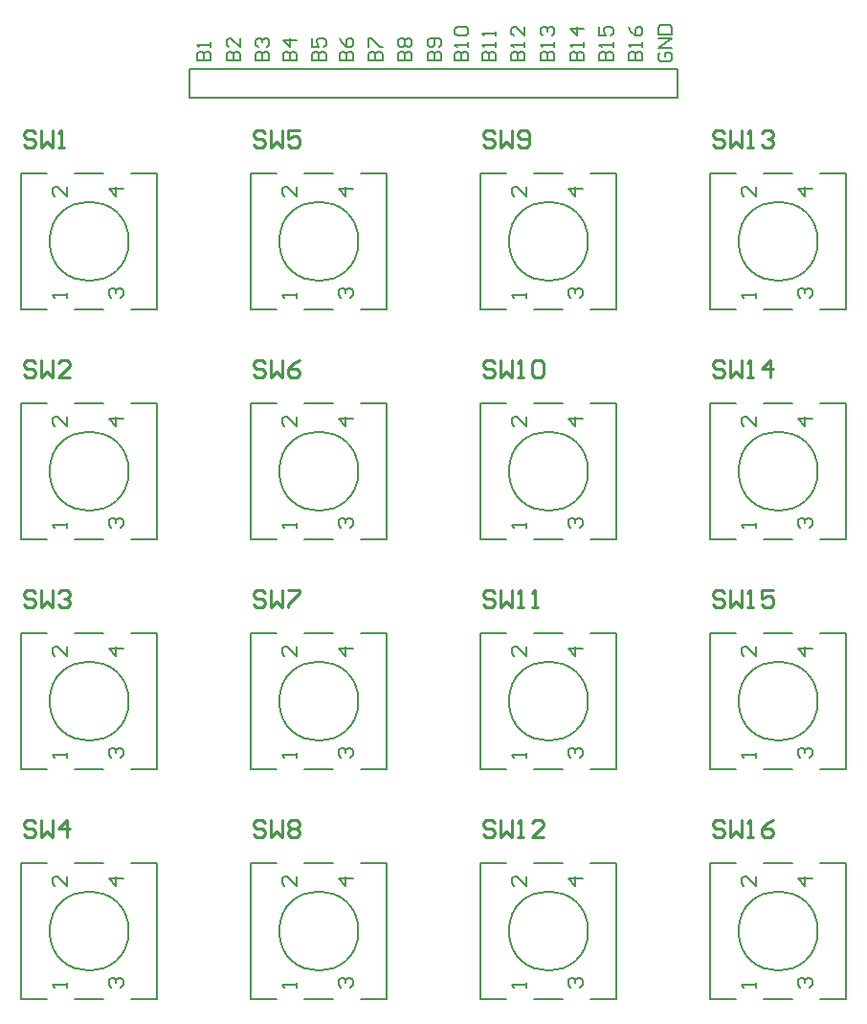
<source format=gbr>
%TF.GenerationSoftware,Altium Limited,Altium Designer,20.1.8 (145)*%
G04 Layer_Color=65535*
%FSLAX43Y43*%
%MOMM*%
%TF.SameCoordinates,AF84363C-28A1-45D9-8252-6D2C0F04BFE8*%
%TF.FilePolarity,Positive*%
%TF.FileFunction,Legend,Top*%
%TF.Part,Single*%
G01*
G75*
%TA.AperFunction,NonConductor*%
%ADD20C,0.127*%
%ADD21C,0.200*%
%ADD22C,0.254*%
D20*
X32710Y76200D02*
G03*
X32710Y76200I-3500J0D01*
G01*
X73350Y15240D02*
G03*
X73350Y15240I-3500J0D01*
G01*
Y35560D02*
G03*
X73350Y35560I-3500J0D01*
G01*
Y55880D02*
G03*
X73350Y55880I-3500J0D01*
G01*
Y76200D02*
G03*
X73350Y76200I-3500J0D01*
G01*
X53030Y15240D02*
G03*
X53030Y15240I-3500J0D01*
G01*
Y35560D02*
G03*
X53030Y35560I-3500J0D01*
G01*
Y55880D02*
G03*
X53030Y55880I-3500J0D01*
G01*
Y76200D02*
G03*
X53030Y76200I-3500J0D01*
G01*
X32710Y15240D02*
G03*
X32710Y15240I-3500J0D01*
G01*
Y35560D02*
G03*
X32710Y35560I-3500J0D01*
G01*
Y55880D02*
G03*
X32710Y55880I-3500J0D01*
G01*
X12390Y15240D02*
G03*
X12390Y15240I-3500J0D01*
G01*
Y35560D02*
G03*
X12390Y35560I-3500J0D01*
G01*
Y55880D02*
G03*
X12390Y55880I-3500J0D01*
G01*
Y76200D02*
G03*
X12390Y76200I-3500J0D01*
G01*
X23210Y70200D02*
Y82200D01*
X35210Y70200D02*
Y82200D01*
X23210Y70200D02*
Y82200D01*
X35210Y70200D02*
Y82200D01*
X32960Y82200D02*
X35210D01*
X23210D02*
X25460D01*
X32960Y70200D02*
X35210D01*
X23210D02*
X25460D01*
X27960D02*
X30460D01*
X27960Y82200D02*
X30460D01*
X68600Y21240D02*
X71100D01*
X68600Y9240D02*
X71100D01*
X63850D02*
X66100D01*
X73600D02*
X75850D01*
X63850Y21240D02*
X66100D01*
X73600D02*
X75850D01*
Y9240D02*
Y21240D01*
X63850Y9240D02*
Y21240D01*
X75850Y9240D02*
Y21240D01*
X63850Y9240D02*
Y21240D01*
X68600Y41560D02*
X71100D01*
X68600Y29560D02*
X71100D01*
X63850D02*
X66100D01*
X73600D02*
X75850D01*
X63850Y41560D02*
X66100D01*
X73600D02*
X75850D01*
Y29560D02*
Y41560D01*
X63850Y29560D02*
Y41560D01*
X75850Y29560D02*
Y41560D01*
X63850Y29560D02*
Y41560D01*
X68600Y61880D02*
X71100D01*
X68600Y49880D02*
X71100D01*
X63850D02*
X66100D01*
X73600D02*
X75850D01*
X63850Y61880D02*
X66100D01*
X73600D02*
X75850D01*
Y49880D02*
Y61880D01*
X63850Y49880D02*
Y61880D01*
X75850Y49880D02*
Y61880D01*
X63850Y49880D02*
Y61880D01*
X68600Y82200D02*
X71100D01*
X68600Y70200D02*
X71100D01*
X63850D02*
X66100D01*
X73600D02*
X75850D01*
X63850Y82200D02*
X66100D01*
X73600D02*
X75850D01*
Y70200D02*
Y82200D01*
X63850Y70200D02*
Y82200D01*
X75850Y70200D02*
Y82200D01*
X63850Y70200D02*
Y82200D01*
X48280Y21240D02*
X50780D01*
X48280Y9240D02*
X50780D01*
X43530D02*
X45780D01*
X53280D02*
X55530D01*
X43530Y21240D02*
X45780D01*
X53280D02*
X55530D01*
Y9240D02*
Y21240D01*
X43530Y9240D02*
Y21240D01*
X55530Y9240D02*
Y21240D01*
X43530Y9240D02*
Y21240D01*
X48280Y41560D02*
X50780D01*
X48280Y29560D02*
X50780D01*
X43530D02*
X45780D01*
X53280D02*
X55530D01*
X43530Y41560D02*
X45780D01*
X53280D02*
X55530D01*
Y29560D02*
Y41560D01*
X43530Y29560D02*
Y41560D01*
X55530Y29560D02*
Y41560D01*
X43530Y29560D02*
Y41560D01*
X48280Y61880D02*
X50780D01*
X48280Y49880D02*
X50780D01*
X43530D02*
X45780D01*
X53280D02*
X55530D01*
X43530Y61880D02*
X45780D01*
X53280D02*
X55530D01*
Y49880D02*
Y61880D01*
X43530Y49880D02*
Y61880D01*
X55530Y49880D02*
Y61880D01*
X43530Y49880D02*
Y61880D01*
X48280Y82200D02*
X50780D01*
X48280Y70200D02*
X50780D01*
X43530D02*
X45780D01*
X53280D02*
X55530D01*
X43530Y82200D02*
X45780D01*
X53280D02*
X55530D01*
Y70200D02*
Y82200D01*
X43530Y70200D02*
Y82200D01*
X55530Y70200D02*
Y82200D01*
X43530Y70200D02*
Y82200D01*
X27960Y21240D02*
X30460D01*
X27960Y9240D02*
X30460D01*
X23210D02*
X25460D01*
X32960D02*
X35210D01*
X23210Y21240D02*
X25460D01*
X32960D02*
X35210D01*
Y9240D02*
Y21240D01*
X23210Y9240D02*
Y21240D01*
X35210Y9240D02*
Y21240D01*
X23210Y9240D02*
Y21240D01*
X27960Y41560D02*
X30460D01*
X27960Y29560D02*
X30460D01*
X23210D02*
X25460D01*
X32960D02*
X35210D01*
X23210Y41560D02*
X25460D01*
X32960D02*
X35210D01*
Y29560D02*
Y41560D01*
X23210Y29560D02*
Y41560D01*
X35210Y29560D02*
Y41560D01*
X23210Y29560D02*
Y41560D01*
X27960Y61880D02*
X30460D01*
X27960Y49880D02*
X30460D01*
X23210D02*
X25460D01*
X32960D02*
X35210D01*
X23210Y61880D02*
X25460D01*
X32960D02*
X35210D01*
Y49880D02*
Y61880D01*
X23210Y49880D02*
Y61880D01*
X35210Y49880D02*
Y61880D01*
X23210Y49880D02*
Y61880D01*
X7640Y21240D02*
X10140D01*
X7640Y9240D02*
X10140D01*
X2890D02*
X5140D01*
X12640D02*
X14890D01*
X2890Y21240D02*
X5140D01*
X12640D02*
X14890D01*
Y9240D02*
Y21240D01*
X2890Y9240D02*
Y21240D01*
X14890Y9240D02*
Y21240D01*
X2890Y9240D02*
Y21240D01*
X7640Y41560D02*
X10140D01*
X7640Y29560D02*
X10140D01*
X2890D02*
X5140D01*
X12640D02*
X14890D01*
X2890Y41560D02*
X5140D01*
X12640D02*
X14890D01*
Y29560D02*
Y41560D01*
X2890Y29560D02*
Y41560D01*
X14890Y29560D02*
Y41560D01*
X2890Y29560D02*
Y41560D01*
X7640Y61880D02*
X10140D01*
X7640Y49880D02*
X10140D01*
X2890D02*
X5140D01*
X12640D02*
X14890D01*
X2890Y61880D02*
X5140D01*
X12640D02*
X14890D01*
Y49880D02*
Y61880D01*
X2890Y49880D02*
Y61880D01*
X14890Y49880D02*
Y61880D01*
X2890Y49880D02*
Y61880D01*
X7640Y82200D02*
X10140D01*
X7640Y70200D02*
X10140D01*
X2890D02*
X5140D01*
X12640D02*
X14890D01*
X2890Y82200D02*
X5140D01*
X12640D02*
X14890D01*
Y70200D02*
Y82200D01*
X2890Y70200D02*
Y82200D01*
X14890Y70200D02*
Y82200D01*
X2890Y70200D02*
Y82200D01*
D21*
X60960Y88900D02*
Y91440D01*
X17760Y88900D02*
X60960D01*
X17760D02*
Y91440D01*
X60960D01*
X59429Y92904D02*
X59229Y92704D01*
Y92304D01*
X59429Y92104D01*
X60229D01*
X60429Y92304D01*
Y92704D01*
X60229Y92904D01*
X59829D01*
Y92504D01*
X60429Y93304D02*
X59229D01*
X60429Y94104D01*
X59229D01*
Y94503D02*
X60429D01*
Y95103D01*
X60229Y95303D01*
X59429D01*
X59229Y95103D01*
Y94503D01*
X56630Y92170D02*
X57830D01*
Y92770D01*
X57630Y92970D01*
X57430D01*
X57230Y92770D01*
Y92170D01*
Y92770D01*
X57030Y92970D01*
X56830D01*
X56630Y92770D01*
Y92170D01*
X57830Y93370D02*
Y93769D01*
Y93570D01*
X56630D01*
X56830Y93370D01*
X56630Y95169D02*
X56830Y94769D01*
X57230Y94369D01*
X57630D01*
X57830Y94569D01*
Y94969D01*
X57630Y95169D01*
X57430D01*
X57230Y94969D01*
Y94369D01*
X54030Y92170D02*
X55230D01*
Y92770D01*
X55030Y92970D01*
X54830D01*
X54630Y92770D01*
Y92170D01*
Y92770D01*
X54430Y92970D01*
X54230D01*
X54030Y92770D01*
Y92170D01*
X55230Y93370D02*
Y93769D01*
Y93570D01*
X54030D01*
X54230Y93370D01*
X54030Y95169D02*
Y94369D01*
X54630D01*
X54430Y94769D01*
Y94969D01*
X54630Y95169D01*
X55030D01*
X55230Y94969D01*
Y94569D01*
X55030Y94369D01*
X51430Y92170D02*
X52630D01*
Y92770D01*
X52430Y92970D01*
X52230D01*
X52030Y92770D01*
Y92170D01*
Y92770D01*
X51830Y92970D01*
X51630D01*
X51430Y92770D01*
Y92170D01*
X52630Y93370D02*
Y93769D01*
Y93570D01*
X51430D01*
X51630Y93370D01*
X52630Y94969D02*
X51430D01*
X52030Y94369D01*
Y95169D01*
X48830Y92170D02*
X50030D01*
Y92770D01*
X49830Y92970D01*
X49630D01*
X49430Y92770D01*
Y92170D01*
Y92770D01*
X49230Y92970D01*
X49030D01*
X48830Y92770D01*
Y92170D01*
X50030Y93370D02*
Y93769D01*
Y93570D01*
X48830D01*
X49030Y93370D01*
Y94369D02*
X48830Y94569D01*
Y94969D01*
X49030Y95169D01*
X49230D01*
X49430Y94969D01*
Y94769D01*
Y94969D01*
X49630Y95169D01*
X49830D01*
X50030Y94969D01*
Y94569D01*
X49830Y94369D01*
X43630Y92170D02*
X44830D01*
Y92770D01*
X44630Y92970D01*
X44430D01*
X44230Y92770D01*
Y92170D01*
Y92770D01*
X44030Y92970D01*
X43830D01*
X43630Y92770D01*
Y92170D01*
X44830Y93370D02*
Y93769D01*
Y93570D01*
X43630D01*
X43830Y93370D01*
X44830Y94369D02*
Y94769D01*
Y94569D01*
X43630D01*
X43830Y94369D01*
X46230Y92170D02*
X47430D01*
Y92770D01*
X47230Y92970D01*
X47030D01*
X46830Y92770D01*
Y92170D01*
Y92770D01*
X46630Y92970D01*
X46430D01*
X46230Y92770D01*
Y92170D01*
X47430Y93370D02*
Y93769D01*
Y93570D01*
X46230D01*
X46430Y93370D01*
X47430Y95169D02*
Y94369D01*
X46630Y95169D01*
X46430D01*
X46230Y94969D01*
Y94569D01*
X46430Y94369D01*
X38830Y92170D02*
X40030D01*
Y92770D01*
X39830Y92970D01*
X39630D01*
X39430Y92770D01*
Y92170D01*
Y92770D01*
X39230Y92970D01*
X39030D01*
X38830Y92770D01*
Y92170D01*
X39830Y93370D02*
X40030Y93570D01*
Y93969D01*
X39830Y94169D01*
X39030D01*
X38830Y93969D01*
Y93570D01*
X39030Y93370D01*
X39230D01*
X39430Y93570D01*
Y94169D01*
X41230Y92170D02*
X42430D01*
Y92770D01*
X42230Y92970D01*
X42030D01*
X41830Y92770D01*
Y92170D01*
Y92770D01*
X41630Y92970D01*
X41430D01*
X41230Y92770D01*
Y92170D01*
X42430Y93370D02*
Y93769D01*
Y93570D01*
X41230D01*
X41430Y93370D01*
Y94369D02*
X41230Y94569D01*
Y94969D01*
X41430Y95169D01*
X42230D01*
X42430Y94969D01*
Y94569D01*
X42230Y94369D01*
X41430D01*
X36230Y92170D02*
X37430D01*
Y92770D01*
X37230Y92970D01*
X37030D01*
X36830Y92770D01*
Y92170D01*
Y92770D01*
X36630Y92970D01*
X36430D01*
X36230Y92770D01*
Y92170D01*
X36430Y93370D02*
X36230Y93570D01*
Y93969D01*
X36430Y94169D01*
X36630D01*
X36830Y93969D01*
X37030Y94169D01*
X37230D01*
X37430Y93969D01*
Y93570D01*
X37230Y93370D01*
X37030D01*
X36830Y93570D01*
X36630Y93370D01*
X36430D01*
X36830Y93570D02*
Y93969D01*
X31030Y92170D02*
X32230D01*
Y92770D01*
X32030Y92970D01*
X31830D01*
X31630Y92770D01*
Y92170D01*
Y92770D01*
X31430Y92970D01*
X31230D01*
X31030Y92770D01*
Y92170D01*
Y94169D02*
X31230Y93769D01*
X31630Y93370D01*
X32030D01*
X32230Y93570D01*
Y93969D01*
X32030Y94169D01*
X31830D01*
X31630Y93969D01*
Y93370D01*
X33630Y92170D02*
X34830D01*
Y92770D01*
X34630Y92970D01*
X34430D01*
X34230Y92770D01*
Y92170D01*
Y92770D01*
X34030Y92970D01*
X33830D01*
X33630Y92770D01*
Y92170D01*
Y93370D02*
Y94169D01*
X33830D01*
X34630Y93370D01*
X34830D01*
X26030Y92170D02*
X27230D01*
Y92770D01*
X27030Y92970D01*
X26830D01*
X26630Y92770D01*
Y92170D01*
Y92770D01*
X26430Y92970D01*
X26230D01*
X26030Y92770D01*
Y92170D01*
X27230Y93969D02*
X26030D01*
X26630Y93370D01*
Y94169D01*
X28630Y92170D02*
X29830D01*
Y92770D01*
X29630Y92970D01*
X29430D01*
X29230Y92770D01*
Y92170D01*
Y92770D01*
X29030Y92970D01*
X28830D01*
X28630Y92770D01*
Y92170D01*
Y94169D02*
Y93370D01*
X29230D01*
X29030Y93769D01*
Y93969D01*
X29230Y94169D01*
X29630D01*
X29830Y93969D01*
Y93570D01*
X29630Y93370D01*
X23630Y92170D02*
X24830D01*
Y92770D01*
X24630Y92970D01*
X24430D01*
X24230Y92770D01*
Y92170D01*
Y92770D01*
X24030Y92970D01*
X23830D01*
X23630Y92770D01*
Y92170D01*
X23830Y93370D02*
X23630Y93570D01*
Y93969D01*
X23830Y94169D01*
X24030D01*
X24230Y93969D01*
Y93769D01*
Y93969D01*
X24430Y94169D01*
X24630D01*
X24830Y93969D01*
Y93570D01*
X24630Y93370D01*
X18430Y92170D02*
X19630D01*
Y92770D01*
X19430Y92970D01*
X19230D01*
X19030Y92770D01*
Y92170D01*
Y92770D01*
X18830Y92970D01*
X18630D01*
X18430Y92770D01*
Y92170D01*
X19630Y93370D02*
Y93769D01*
Y93570D01*
X18430D01*
X18630Y93370D01*
X21030Y92170D02*
X22230D01*
Y92770D01*
X22030Y92970D01*
X21830D01*
X21630Y92770D01*
Y92170D01*
Y92770D01*
X21430Y92970D01*
X21230D01*
X21030Y92770D01*
Y92170D01*
X22230Y94169D02*
Y93370D01*
X21430Y94169D01*
X21230D01*
X21030Y93969D01*
Y93570D01*
X21230Y93370D01*
X32210Y80835D02*
X30940D01*
X31575Y80200D01*
Y81046D01*
X31152Y71200D02*
X30940Y71412D01*
Y71835D01*
X31152Y72046D01*
X31364D01*
X31575Y71835D01*
Y71623D01*
Y71835D01*
X31787Y72046D01*
X31998D01*
X32210Y71835D01*
Y71412D01*
X31998Y71200D01*
X27210Y81046D02*
Y80200D01*
X26364Y81046D01*
X26152D01*
X25940Y80835D01*
Y80412D01*
X26152Y80200D01*
X27210Y71200D02*
Y71623D01*
Y71412D01*
X25940D01*
X26152Y71200D01*
X67850Y10240D02*
Y10663D01*
Y10452D01*
X66580D01*
X66792Y10240D01*
X67850Y20086D02*
Y19240D01*
X67004Y20086D01*
X66792D01*
X66580Y19875D01*
Y19452D01*
X66792Y19240D01*
X71792Y10240D02*
X71580Y10452D01*
Y10875D01*
X71792Y11086D01*
X72004D01*
X72215Y10875D01*
Y10663D01*
Y10875D01*
X72427Y11086D01*
X72638D01*
X72850Y10875D01*
Y10452D01*
X72638Y10240D01*
X72850Y19875D02*
X71580D01*
X72215Y19240D01*
Y20086D01*
X67850Y30560D02*
Y30983D01*
Y30772D01*
X66580D01*
X66792Y30560D01*
X67850Y40406D02*
Y39560D01*
X67004Y40406D01*
X66792D01*
X66580Y40195D01*
Y39772D01*
X66792Y39560D01*
X71792Y30560D02*
X71580Y30772D01*
Y31195D01*
X71792Y31406D01*
X72004D01*
X72215Y31195D01*
Y30983D01*
Y31195D01*
X72427Y31406D01*
X72638D01*
X72850Y31195D01*
Y30772D01*
X72638Y30560D01*
X72850Y40195D02*
X71580D01*
X72215Y39560D01*
Y40406D01*
X67850Y50880D02*
Y51303D01*
Y51092D01*
X66580D01*
X66792Y50880D01*
X67850Y60726D02*
Y59880D01*
X67004Y60726D01*
X66792D01*
X66580Y60515D01*
Y60092D01*
X66792Y59880D01*
X71792Y50880D02*
X71580Y51092D01*
Y51515D01*
X71792Y51726D01*
X72004D01*
X72215Y51515D01*
Y51303D01*
Y51515D01*
X72427Y51726D01*
X72638D01*
X72850Y51515D01*
Y51092D01*
X72638Y50880D01*
X72850Y60515D02*
X71580D01*
X72215Y59880D01*
Y60726D01*
X67850Y71200D02*
Y71623D01*
Y71412D01*
X66580D01*
X66792Y71200D01*
X67850Y81046D02*
Y80200D01*
X67004Y81046D01*
X66792D01*
X66580Y80835D01*
Y80412D01*
X66792Y80200D01*
X71792Y71200D02*
X71580Y71412D01*
Y71835D01*
X71792Y72046D01*
X72004D01*
X72215Y71835D01*
Y71623D01*
Y71835D01*
X72427Y72046D01*
X72638D01*
X72850Y71835D01*
Y71412D01*
X72638Y71200D01*
X72850Y80835D02*
X71580D01*
X72215Y80200D01*
Y81046D01*
X47530Y10240D02*
Y10663D01*
Y10452D01*
X46260D01*
X46472Y10240D01*
X47530Y20086D02*
Y19240D01*
X46684Y20086D01*
X46472D01*
X46260Y19875D01*
Y19452D01*
X46472Y19240D01*
X51472Y10240D02*
X51260Y10452D01*
Y10875D01*
X51472Y11086D01*
X51684D01*
X51895Y10875D01*
Y10663D01*
Y10875D01*
X52107Y11086D01*
X52318D01*
X52530Y10875D01*
Y10452D01*
X52318Y10240D01*
X52530Y19875D02*
X51260D01*
X51895Y19240D01*
Y20086D01*
X47530Y30560D02*
Y30983D01*
Y30772D01*
X46260D01*
X46472Y30560D01*
X47530Y40406D02*
Y39560D01*
X46684Y40406D01*
X46472D01*
X46260Y40195D01*
Y39772D01*
X46472Y39560D01*
X51472Y30560D02*
X51260Y30772D01*
Y31195D01*
X51472Y31406D01*
X51684D01*
X51895Y31195D01*
Y30983D01*
Y31195D01*
X52107Y31406D01*
X52318D01*
X52530Y31195D01*
Y30772D01*
X52318Y30560D01*
X52530Y40195D02*
X51260D01*
X51895Y39560D01*
Y40406D01*
X47530Y50880D02*
Y51303D01*
Y51092D01*
X46260D01*
X46472Y50880D01*
X47530Y60726D02*
Y59880D01*
X46684Y60726D01*
X46472D01*
X46260Y60515D01*
Y60092D01*
X46472Y59880D01*
X51472Y50880D02*
X51260Y51092D01*
Y51515D01*
X51472Y51726D01*
X51684D01*
X51895Y51515D01*
Y51303D01*
Y51515D01*
X52107Y51726D01*
X52318D01*
X52530Y51515D01*
Y51092D01*
X52318Y50880D01*
X52530Y60515D02*
X51260D01*
X51895Y59880D01*
Y60726D01*
X47530Y71200D02*
Y71623D01*
Y71412D01*
X46260D01*
X46472Y71200D01*
X47530Y81046D02*
Y80200D01*
X46684Y81046D01*
X46472D01*
X46260Y80835D01*
Y80412D01*
X46472Y80200D01*
X51472Y71200D02*
X51260Y71412D01*
Y71835D01*
X51472Y72046D01*
X51684D01*
X51895Y71835D01*
Y71623D01*
Y71835D01*
X52107Y72046D01*
X52318D01*
X52530Y71835D01*
Y71412D01*
X52318Y71200D01*
X52530Y80835D02*
X51260D01*
X51895Y80200D01*
Y81046D01*
X27210Y10240D02*
Y10663D01*
Y10452D01*
X25940D01*
X26152Y10240D01*
X27210Y20086D02*
Y19240D01*
X26364Y20086D01*
X26152D01*
X25940Y19875D01*
Y19452D01*
X26152Y19240D01*
X31152Y10240D02*
X30940Y10452D01*
Y10875D01*
X31152Y11086D01*
X31364D01*
X31575Y10875D01*
Y10663D01*
Y10875D01*
X31787Y11086D01*
X31998D01*
X32210Y10875D01*
Y10452D01*
X31998Y10240D01*
X32210Y19875D02*
X30940D01*
X31575Y19240D01*
Y20086D01*
X27210Y30560D02*
Y30983D01*
Y30772D01*
X25940D01*
X26152Y30560D01*
X27210Y40406D02*
Y39560D01*
X26364Y40406D01*
X26152D01*
X25940Y40195D01*
Y39772D01*
X26152Y39560D01*
X31152Y30560D02*
X30940Y30772D01*
Y31195D01*
X31152Y31406D01*
X31364D01*
X31575Y31195D01*
Y30983D01*
Y31195D01*
X31787Y31406D01*
X31998D01*
X32210Y31195D01*
Y30772D01*
X31998Y30560D01*
X32210Y40195D02*
X30940D01*
X31575Y39560D01*
Y40406D01*
X27210Y50880D02*
Y51303D01*
Y51092D01*
X25940D01*
X26152Y50880D01*
X27210Y60726D02*
Y59880D01*
X26364Y60726D01*
X26152D01*
X25940Y60515D01*
Y60092D01*
X26152Y59880D01*
X31152Y50880D02*
X30940Y51092D01*
Y51515D01*
X31152Y51726D01*
X31364D01*
X31575Y51515D01*
Y51303D01*
Y51515D01*
X31787Y51726D01*
X31998D01*
X32210Y51515D01*
Y51092D01*
X31998Y50880D01*
X32210Y60515D02*
X30940D01*
X31575Y59880D01*
Y60726D01*
X6890Y10240D02*
Y10663D01*
Y10452D01*
X5620D01*
X5832Y10240D01*
X6890Y20086D02*
Y19240D01*
X6044Y20086D01*
X5832D01*
X5620Y19875D01*
Y19452D01*
X5832Y19240D01*
X10832Y10240D02*
X10620Y10452D01*
Y10875D01*
X10832Y11086D01*
X11044D01*
X11255Y10875D01*
Y10663D01*
Y10875D01*
X11467Y11086D01*
X11678D01*
X11890Y10875D01*
Y10452D01*
X11678Y10240D01*
X11890Y19875D02*
X10620D01*
X11255Y19240D01*
Y20086D01*
X6890Y30560D02*
Y30983D01*
Y30772D01*
X5620D01*
X5832Y30560D01*
X6890Y40406D02*
Y39560D01*
X6044Y40406D01*
X5832D01*
X5620Y40195D01*
Y39772D01*
X5832Y39560D01*
X10832Y30560D02*
X10620Y30772D01*
Y31195D01*
X10832Y31406D01*
X11044D01*
X11255Y31195D01*
Y30983D01*
Y31195D01*
X11467Y31406D01*
X11678D01*
X11890Y31195D01*
Y30772D01*
X11678Y30560D01*
X11890Y40195D02*
X10620D01*
X11255Y39560D01*
Y40406D01*
X6890Y50880D02*
Y51303D01*
Y51092D01*
X5620D01*
X5832Y50880D01*
X6890Y60726D02*
Y59880D01*
X6044Y60726D01*
X5832D01*
X5620Y60515D01*
Y60092D01*
X5832Y59880D01*
X10832Y50880D02*
X10620Y51092D01*
Y51515D01*
X10832Y51726D01*
X11044D01*
X11255Y51515D01*
Y51303D01*
Y51515D01*
X11467Y51726D01*
X11678D01*
X11890Y51515D01*
Y51092D01*
X11678Y50880D01*
X11890Y60515D02*
X10620D01*
X11255Y59880D01*
Y60726D01*
X6890Y71200D02*
Y71623D01*
Y71412D01*
X5620D01*
X5832Y71200D01*
X6890Y81046D02*
Y80200D01*
X6044Y81046D01*
X5832D01*
X5620Y80835D01*
Y80412D01*
X5832Y80200D01*
X10832Y71200D02*
X10620Y71412D01*
Y71835D01*
X10832Y72046D01*
X11044D01*
X11255Y71835D01*
Y71623D01*
Y71835D01*
X11467Y72046D01*
X11678D01*
X11890Y71835D01*
Y71412D01*
X11678Y71200D01*
X11890Y80835D02*
X10620D01*
X11255Y80200D01*
Y81046D01*
D22*
X24422Y85788D02*
X24168Y86042D01*
X23660D01*
X23406Y85788D01*
Y85534D01*
X23660Y85280D01*
X24168D01*
X24422Y85026D01*
Y84772D01*
X24168Y84519D01*
X23660D01*
X23406Y84772D01*
X24930Y86042D02*
Y84519D01*
X25437Y85026D01*
X25945Y84519D01*
Y86042D01*
X27469D02*
X26453D01*
Y85280D01*
X26961Y85534D01*
X27215D01*
X27469Y85280D01*
Y84772D01*
X27215Y84519D01*
X26707D01*
X26453Y84772D01*
X65062Y24828D02*
X64808Y25082D01*
X64300D01*
X64046Y24828D01*
Y24574D01*
X64300Y24320D01*
X64808D01*
X65062Y24066D01*
Y23812D01*
X64808Y23559D01*
X64300D01*
X64046Y23812D01*
X65570Y25082D02*
Y23559D01*
X66077Y24066D01*
X66585Y23559D01*
Y25082D01*
X67093Y23559D02*
X67601D01*
X67347D01*
Y25082D01*
X67093Y24828D01*
X69378Y25082D02*
X68871Y24828D01*
X68363Y24320D01*
Y23812D01*
X68617Y23559D01*
X69124D01*
X69378Y23812D01*
Y24066D01*
X69124Y24320D01*
X68363D01*
X65062Y45148D02*
X64808Y45402D01*
X64300D01*
X64046Y45148D01*
Y44894D01*
X64300Y44640D01*
X64808D01*
X65062Y44386D01*
Y44132D01*
X64808Y43879D01*
X64300D01*
X64046Y44132D01*
X65570Y45402D02*
Y43879D01*
X66077Y44386D01*
X66585Y43879D01*
Y45402D01*
X67093Y43879D02*
X67601D01*
X67347D01*
Y45402D01*
X67093Y45148D01*
X69378Y45402D02*
X68363D01*
Y44640D01*
X68871Y44894D01*
X69124D01*
X69378Y44640D01*
Y44132D01*
X69124Y43879D01*
X68617D01*
X68363Y44132D01*
X65062Y65468D02*
X64808Y65722D01*
X64300D01*
X64046Y65468D01*
Y65214D01*
X64300Y64960D01*
X64808D01*
X65062Y64706D01*
Y64452D01*
X64808Y64199D01*
X64300D01*
X64046Y64452D01*
X65570Y65722D02*
Y64199D01*
X66077Y64706D01*
X66585Y64199D01*
Y65722D01*
X67093Y64199D02*
X67601D01*
X67347D01*
Y65722D01*
X67093Y65468D01*
X69124Y64199D02*
Y65722D01*
X68363Y64960D01*
X69378D01*
X65062Y85788D02*
X64808Y86042D01*
X64300D01*
X64046Y85788D01*
Y85534D01*
X64300Y85280D01*
X64808D01*
X65062Y85026D01*
Y84772D01*
X64808Y84519D01*
X64300D01*
X64046Y84772D01*
X65570Y86042D02*
Y84519D01*
X66077Y85026D01*
X66585Y84519D01*
Y86042D01*
X67093Y84519D02*
X67601D01*
X67347D01*
Y86042D01*
X67093Y85788D01*
X68363D02*
X68617Y86042D01*
X69124D01*
X69378Y85788D01*
Y85534D01*
X69124Y85280D01*
X68871D01*
X69124D01*
X69378Y85026D01*
Y84772D01*
X69124Y84519D01*
X68617D01*
X68363Y84772D01*
X44742Y24828D02*
X44488Y25082D01*
X43980D01*
X43726Y24828D01*
Y24574D01*
X43980Y24320D01*
X44488D01*
X44742Y24066D01*
Y23812D01*
X44488Y23559D01*
X43980D01*
X43726Y23812D01*
X45250Y25082D02*
Y23559D01*
X45757Y24066D01*
X46265Y23559D01*
Y25082D01*
X46773Y23559D02*
X47281D01*
X47027D01*
Y25082D01*
X46773Y24828D01*
X49058Y23559D02*
X48043D01*
X49058Y24574D01*
Y24828D01*
X48804Y25082D01*
X48297D01*
X48043Y24828D01*
X44742Y45148D02*
X44488Y45402D01*
X43980D01*
X43726Y45148D01*
Y44894D01*
X43980Y44640D01*
X44488D01*
X44742Y44386D01*
Y44132D01*
X44488Y43879D01*
X43980D01*
X43726Y44132D01*
X45250Y45402D02*
Y43879D01*
X45757Y44386D01*
X46265Y43879D01*
Y45402D01*
X46773Y43879D02*
X47281D01*
X47027D01*
Y45402D01*
X46773Y45148D01*
X48043Y43879D02*
X48551D01*
X48297D01*
Y45402D01*
X48043Y45148D01*
X44742Y65468D02*
X44488Y65722D01*
X43980D01*
X43726Y65468D01*
Y65214D01*
X43980Y64960D01*
X44488D01*
X44742Y64706D01*
Y64452D01*
X44488Y64199D01*
X43980D01*
X43726Y64452D01*
X45250Y65722D02*
Y64199D01*
X45757Y64706D01*
X46265Y64199D01*
Y65722D01*
X46773Y64199D02*
X47281D01*
X47027D01*
Y65722D01*
X46773Y65468D01*
X48043D02*
X48297Y65722D01*
X48804D01*
X49058Y65468D01*
Y64452D01*
X48804Y64199D01*
X48297D01*
X48043Y64452D01*
Y65468D01*
X44742Y85788D02*
X44488Y86042D01*
X43980D01*
X43726Y85788D01*
Y85534D01*
X43980Y85280D01*
X44488D01*
X44742Y85026D01*
Y84772D01*
X44488Y84519D01*
X43980D01*
X43726Y84772D01*
X45250Y86042D02*
Y84519D01*
X45757Y85026D01*
X46265Y84519D01*
Y86042D01*
X46773Y84772D02*
X47027Y84519D01*
X47535D01*
X47789Y84772D01*
Y85788D01*
X47535Y86042D01*
X47027D01*
X46773Y85788D01*
Y85534D01*
X47027Y85280D01*
X47789D01*
X24422Y24828D02*
X24168Y25082D01*
X23660D01*
X23406Y24828D01*
Y24574D01*
X23660Y24320D01*
X24168D01*
X24422Y24066D01*
Y23812D01*
X24168Y23559D01*
X23660D01*
X23406Y23812D01*
X24930Y25082D02*
Y23559D01*
X25437Y24066D01*
X25945Y23559D01*
Y25082D01*
X26453Y24828D02*
X26707Y25082D01*
X27215D01*
X27469Y24828D01*
Y24574D01*
X27215Y24320D01*
X27469Y24066D01*
Y23812D01*
X27215Y23559D01*
X26707D01*
X26453Y23812D01*
Y24066D01*
X26707Y24320D01*
X26453Y24574D01*
Y24828D01*
X26707Y24320D02*
X27215D01*
X24422Y45148D02*
X24168Y45402D01*
X23660D01*
X23406Y45148D01*
Y44894D01*
X23660Y44640D01*
X24168D01*
X24422Y44386D01*
Y44132D01*
X24168Y43879D01*
X23660D01*
X23406Y44132D01*
X24930Y45402D02*
Y43879D01*
X25437Y44386D01*
X25945Y43879D01*
Y45402D01*
X26453D02*
X27469D01*
Y45148D01*
X26453Y44132D01*
Y43879D01*
X24422Y65468D02*
X24168Y65722D01*
X23660D01*
X23406Y65468D01*
Y65214D01*
X23660Y64960D01*
X24168D01*
X24422Y64706D01*
Y64452D01*
X24168Y64199D01*
X23660D01*
X23406Y64452D01*
X24930Y65722D02*
Y64199D01*
X25437Y64706D01*
X25945Y64199D01*
Y65722D01*
X27469D02*
X26961Y65468D01*
X26453Y64960D01*
Y64452D01*
X26707Y64199D01*
X27215D01*
X27469Y64452D01*
Y64706D01*
X27215Y64960D01*
X26453D01*
X4102Y24828D02*
X3848Y25082D01*
X3340D01*
X3086Y24828D01*
Y24574D01*
X3340Y24320D01*
X3848D01*
X4102Y24066D01*
Y23812D01*
X3848Y23559D01*
X3340D01*
X3086Y23812D01*
X4610Y25082D02*
Y23559D01*
X5117Y24066D01*
X5625Y23559D01*
Y25082D01*
X6895Y23559D02*
Y25082D01*
X6133Y24320D01*
X7149D01*
X4102Y45148D02*
X3848Y45402D01*
X3340D01*
X3086Y45148D01*
Y44894D01*
X3340Y44640D01*
X3848D01*
X4102Y44386D01*
Y44132D01*
X3848Y43879D01*
X3340D01*
X3086Y44132D01*
X4610Y45402D02*
Y43879D01*
X5117Y44386D01*
X5625Y43879D01*
Y45402D01*
X6133Y45148D02*
X6387Y45402D01*
X6895D01*
X7149Y45148D01*
Y44894D01*
X6895Y44640D01*
X6641D01*
X6895D01*
X7149Y44386D01*
Y44132D01*
X6895Y43879D01*
X6387D01*
X6133Y44132D01*
X4102Y65468D02*
X3848Y65722D01*
X3340D01*
X3086Y65468D01*
Y65214D01*
X3340Y64960D01*
X3848D01*
X4102Y64706D01*
Y64452D01*
X3848Y64199D01*
X3340D01*
X3086Y64452D01*
X4610Y65722D02*
Y64199D01*
X5117Y64706D01*
X5625Y64199D01*
Y65722D01*
X7149Y64199D02*
X6133D01*
X7149Y65214D01*
Y65468D01*
X6895Y65722D01*
X6387D01*
X6133Y65468D01*
X4102Y85788D02*
X3848Y86042D01*
X3340D01*
X3086Y85788D01*
Y85534D01*
X3340Y85280D01*
X3848D01*
X4102Y85026D01*
Y84772D01*
X3848Y84519D01*
X3340D01*
X3086Y84772D01*
X4610Y86042D02*
Y84519D01*
X5117Y85026D01*
X5625Y84519D01*
Y86042D01*
X6133Y84519D02*
X6641D01*
X6387D01*
Y86042D01*
X6133Y85788D01*
%TF.MD5,5265fef10e580f99d7f51f184cad68a5*%
M02*

</source>
